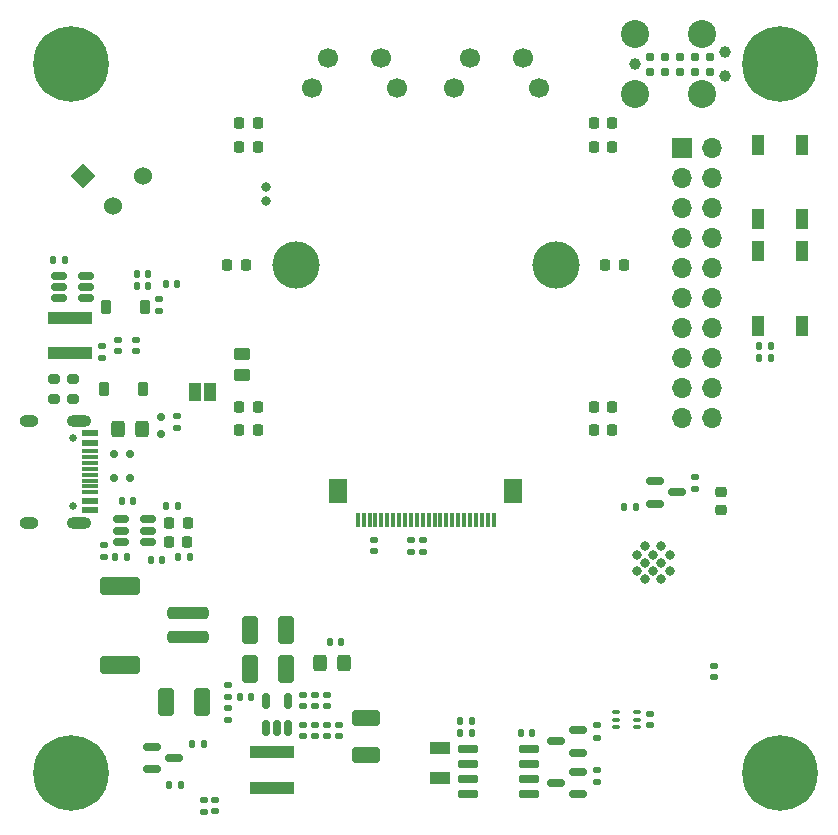
<source format=gts>
%TF.GenerationSoftware,KiCad,Pcbnew,7.0.9*%
%TF.CreationDate,2024-01-10T01:47:22-08:00*%
%TF.ProjectId,ai-camera-rev3.1,61692d63-616d-4657-9261-2d726576332e,rev3.1*%
%TF.SameCoordinates,PX5a995c0PY2aea540*%
%TF.FileFunction,Soldermask,Top*%
%TF.FilePolarity,Negative*%
%FSLAX46Y46*%
G04 Gerber Fmt 4.6, Leading zero omitted, Abs format (unit mm)*
G04 Created by KiCad (PCBNEW 7.0.9) date 2024-01-10 01:47:22*
%MOMM*%
%LPD*%
G01*
G04 APERTURE LIST*
G04 Aperture macros list*
%AMRoundRect*
0 Rectangle with rounded corners*
0 $1 Rounding radius*
0 $2 $3 $4 $5 $6 $7 $8 $9 X,Y pos of 4 corners*
0 Add a 4 corners polygon primitive as box body*
4,1,4,$2,$3,$4,$5,$6,$7,$8,$9,$2,$3,0*
0 Add four circle primitives for the rounded corners*
1,1,$1+$1,$2,$3*
1,1,$1+$1,$4,$5*
1,1,$1+$1,$6,$7*
1,1,$1+$1,$8,$9*
0 Add four rect primitives between the rounded corners*
20,1,$1+$1,$2,$3,$4,$5,0*
20,1,$1+$1,$4,$5,$6,$7,0*
20,1,$1+$1,$6,$7,$8,$9,0*
20,1,$1+$1,$8,$9,$2,$3,0*%
%AMRotRect*
0 Rectangle, with rotation*
0 The origin of the aperture is its center*
0 $1 length*
0 $2 width*
0 $3 Rotation angle, in degrees counterclockwise*
0 Add horizontal line*
21,1,$1,$2,0,0,$3*%
G04 Aperture macros list end*
%ADD10RoundRect,0.140000X-0.140000X-0.170000X0.140000X-0.170000X0.140000X0.170000X-0.140000X0.170000X0*%
%ADD11RoundRect,0.075000X0.250000X0.075000X-0.250000X0.075000X-0.250000X-0.075000X0.250000X-0.075000X0*%
%ADD12C,3.600000*%
%ADD13C,6.400000*%
%ADD14RoundRect,0.150000X-0.725000X-0.150000X0.725000X-0.150000X0.725000X0.150000X-0.725000X0.150000X0*%
%ADD15R,3.700000X1.100000*%
%ADD16RoundRect,0.140000X-0.170000X0.140000X-0.170000X-0.140000X0.170000X-0.140000X0.170000X0.140000X0*%
%ADD17RoundRect,0.200000X0.275000X-0.200000X0.275000X0.200000X-0.275000X0.200000X-0.275000X-0.200000X0*%
%ADD18C,4.000000*%
%ADD19RoundRect,0.135000X0.135000X0.185000X-0.135000X0.185000X-0.135000X-0.185000X0.135000X-0.185000X0*%
%ADD20RoundRect,0.150000X-0.150000X-0.200000X0.150000X-0.200000X0.150000X0.200000X-0.150000X0.200000X0*%
%ADD21R,1.000000X1.700000*%
%ADD22R,1.800000X1.000000*%
%ADD23RoundRect,0.250000X-0.325000X-0.450000X0.325000X-0.450000X0.325000X0.450000X-0.325000X0.450000X0*%
%ADD24RoundRect,0.218750X0.256250X-0.218750X0.256250X0.218750X-0.256250X0.218750X-0.256250X-0.218750X0*%
%ADD25RoundRect,0.135000X-0.135000X-0.185000X0.135000X-0.185000X0.135000X0.185000X-0.135000X0.185000X0*%
%ADD26RoundRect,0.218750X-0.218750X-0.256250X0.218750X-0.256250X0.218750X0.256250X-0.218750X0.256250X0*%
%ADD27RoundRect,0.250000X0.412500X0.925000X-0.412500X0.925000X-0.412500X-0.925000X0.412500X-0.925000X0*%
%ADD28RoundRect,0.140000X0.170000X-0.140000X0.170000X0.140000X-0.170000X0.140000X-0.170000X-0.140000X0*%
%ADD29RoundRect,0.135000X0.185000X-0.135000X0.185000X0.135000X-0.185000X0.135000X-0.185000X-0.135000X0*%
%ADD30C,1.700000*%
%ADD31RoundRect,0.135000X-0.185000X0.135000X-0.185000X-0.135000X0.185000X-0.135000X0.185000X0.135000X0*%
%ADD32RoundRect,0.250000X-1.500000X0.250000X-1.500000X-0.250000X1.500000X-0.250000X1.500000X0.250000X0*%
%ADD33RoundRect,0.250001X-1.449999X0.499999X-1.449999X-0.499999X1.449999X-0.499999X1.449999X0.499999X0*%
%ADD34RoundRect,0.250000X0.325000X0.450000X-0.325000X0.450000X-0.325000X-0.450000X0.325000X-0.450000X0*%
%ADD35R,1.000000X1.500000*%
%ADD36RoundRect,0.150000X0.512500X0.150000X-0.512500X0.150000X-0.512500X-0.150000X0.512500X-0.150000X0*%
%ADD37R,0.300000X1.300000*%
%ADD38R,1.600000X2.000000*%
%ADD39RoundRect,0.150000X0.587500X0.150000X-0.587500X0.150000X-0.587500X-0.150000X0.587500X-0.150000X0*%
%ADD40RoundRect,0.150000X-0.200000X0.150000X-0.200000X-0.150000X0.200000X-0.150000X0.200000X0.150000X0*%
%ADD41RoundRect,0.225000X0.225000X0.375000X-0.225000X0.375000X-0.225000X-0.375000X0.225000X-0.375000X0*%
%ADD42C,0.800000*%
%ADD43RotRect,1.524000X1.524000X45.000000*%
%ADD44C,1.524000*%
%ADD45RoundRect,0.150000X0.150000X-0.512500X0.150000X0.512500X-0.150000X0.512500X-0.150000X-0.512500X0*%
%ADD46R,1.700000X1.700000*%
%ADD47O,1.700000X1.700000*%
%ADD48RoundRect,0.225000X-0.225000X-0.375000X0.225000X-0.375000X0.225000X0.375000X-0.225000X0.375000X0*%
%ADD49RoundRect,0.140000X0.140000X0.170000X-0.140000X0.170000X-0.140000X-0.170000X0.140000X-0.170000X0*%
%ADD50RoundRect,0.150000X-0.587500X-0.150000X0.587500X-0.150000X0.587500X0.150000X-0.587500X0.150000X0*%
%ADD51C,0.650000*%
%ADD52R,1.450000X0.600000*%
%ADD53R,1.450000X0.300000*%
%ADD54O,2.100000X1.000000*%
%ADD55O,1.600000X1.000000*%
%ADD56RoundRect,0.250000X0.925000X-0.412500X0.925000X0.412500X-0.925000X0.412500X-0.925000X-0.412500X0*%
%ADD57RoundRect,0.250000X0.450000X-0.262500X0.450000X0.262500X-0.450000X0.262500X-0.450000X-0.262500X0*%
%ADD58C,2.374900*%
%ADD59C,0.990600*%
%ADD60C,0.787400*%
G04 APERTURE END LIST*
D10*
X11712000Y-47000000D03*
X12672000Y-47000000D03*
D11*
X52900000Y-61150000D03*
X52900000Y-60500000D03*
X52900000Y-59850000D03*
X51100000Y-59850000D03*
X51100000Y-60500000D03*
X51100000Y-61150000D03*
D12*
X5000000Y-65000000D03*
D13*
X5000000Y-65000000D03*
D14*
X38605000Y-62995000D03*
X38605000Y-64265000D03*
X38605000Y-65535000D03*
X38605000Y-66805000D03*
X43755000Y-66805000D03*
X43755000Y-65535000D03*
X43755000Y-64265000D03*
X43755000Y-62995000D03*
D12*
X5000000Y-5000000D03*
D13*
X5000000Y-5000000D03*
D15*
X22000000Y-63250000D03*
X22000000Y-66250000D03*
D16*
X25654000Y-58406000D03*
X25654000Y-59366000D03*
D17*
X5100000Y-33325000D03*
X5100000Y-31675000D03*
D18*
X24000000Y-22000000D03*
X46000000Y-22000000D03*
D10*
X43040000Y-61620000D03*
X44000000Y-61620000D03*
D19*
X14260000Y-66020000D03*
X13240000Y-66020000D03*
D17*
X3500000Y-33325000D03*
X3500000Y-31675000D03*
D19*
X16200000Y-62530000D03*
X15180000Y-62530000D03*
D20*
X10007500Y-37970000D03*
X8607500Y-37970000D03*
D21*
X66900000Y-20850000D03*
X66900000Y-27150000D03*
X63100000Y-20850000D03*
X63100000Y-27150000D03*
D22*
X36220000Y-65430000D03*
X36220000Y-62930000D03*
D23*
X8975000Y-35930000D03*
X11025000Y-35930000D03*
D16*
X12450000Y-24905000D03*
X12450000Y-25865000D03*
D24*
X60000000Y-42787500D03*
X60000000Y-41212500D03*
D25*
X63250000Y-28890000D03*
X64270000Y-28890000D03*
D26*
X13248987Y-45459099D03*
X14823987Y-45459099D03*
X19212500Y-36000000D03*
X20787500Y-36000000D03*
D25*
X14040000Y-46750000D03*
X15060000Y-46750000D03*
D27*
X16075000Y-59000000D03*
X13000000Y-59000000D03*
D25*
X37910000Y-61620000D03*
X38930000Y-61620000D03*
D28*
X34798000Y-46261000D03*
X34798000Y-45301000D03*
D29*
X49500000Y-62010000D03*
X49500000Y-60990000D03*
D30*
X44600000Y-7000000D03*
X37400000Y-7000000D03*
X43250000Y-4500000D03*
X38750000Y-4500000D03*
D27*
X23212500Y-56250000D03*
X20137500Y-56250000D03*
D15*
X4850000Y-29490000D03*
X4850000Y-26490000D03*
D26*
X19212500Y-12000000D03*
X20787500Y-12000000D03*
D10*
X26900000Y-53900000D03*
X27860000Y-53900000D03*
D31*
X13920000Y-34750000D03*
X13920000Y-35770000D03*
D32*
X14850000Y-51500000D03*
X14850000Y-53500000D03*
D33*
X9100000Y-49150000D03*
X9100000Y-55850000D03*
D34*
X28075000Y-55670000D03*
X26025000Y-55670000D03*
D26*
X49212500Y-34000000D03*
X50787500Y-34000000D03*
D10*
X19250000Y-58550000D03*
X20210000Y-58550000D03*
D35*
X16770000Y-32740000D03*
X15470000Y-32740000D03*
D26*
X19212500Y-34000000D03*
X20787500Y-34000000D03*
D31*
X18270000Y-57570000D03*
X18270000Y-58590000D03*
D16*
X8910000Y-28320000D03*
X8910000Y-29280000D03*
D26*
X13261486Y-43859099D03*
X14836486Y-43859099D03*
D31*
X18260000Y-59500000D03*
X18260000Y-60520000D03*
D16*
X17200000Y-67300000D03*
X17200000Y-68260000D03*
D36*
X6247500Y-24820000D03*
X6247500Y-23870000D03*
X6247500Y-22920000D03*
X3972500Y-22920000D03*
X3972500Y-23870000D03*
X3972500Y-24820000D03*
D37*
X40750000Y-43600000D03*
X40250000Y-43600000D03*
X39750000Y-43600000D03*
X39250000Y-43600000D03*
X38750000Y-43600000D03*
X38250000Y-43600000D03*
X37750000Y-43600000D03*
X37250000Y-43600000D03*
X36750000Y-43600000D03*
X36250000Y-43600000D03*
X35750000Y-43600000D03*
X35250000Y-43600000D03*
X34750000Y-43600000D03*
X34250000Y-43600000D03*
X33750000Y-43600000D03*
X33250000Y-43600000D03*
X32750000Y-43600000D03*
X32250000Y-43600000D03*
X31750000Y-43600000D03*
X31250000Y-43600000D03*
X30750000Y-43600000D03*
X30250000Y-43600000D03*
X29750000Y-43600000D03*
X29250000Y-43600000D03*
D38*
X42400000Y-41120000D03*
X27600000Y-41120000D03*
D26*
X49212500Y-10000000D03*
X50787500Y-10000000D03*
D39*
X47927500Y-63290000D03*
X47927500Y-61390000D03*
X46052500Y-62340000D03*
D29*
X16200000Y-68310000D03*
X16200000Y-67290000D03*
D40*
X12630000Y-36270000D03*
X12630000Y-34870000D03*
D26*
X19212500Y-10000000D03*
X20787500Y-10000000D03*
D30*
X32600000Y-7000000D03*
X25400000Y-7000000D03*
X31250000Y-4500000D03*
X26750000Y-4500000D03*
D21*
X66900000Y-11850000D03*
X66900000Y-18150000D03*
X63100000Y-11850000D03*
X63100000Y-18150000D03*
D41*
X11220000Y-25600000D03*
X7920000Y-25600000D03*
D10*
X10520000Y-23750000D03*
X11480000Y-23750000D03*
D42*
X21500000Y-16625000D03*
X21500000Y-15375000D03*
D25*
X3480000Y-21620000D03*
X4500000Y-21620000D03*
D26*
X49212500Y-12000000D03*
X50787500Y-12000000D03*
D29*
X49500000Y-65760000D03*
X49500000Y-64740000D03*
D28*
X59410000Y-56880000D03*
X59410000Y-55920000D03*
D16*
X27686000Y-60946000D03*
X27686000Y-61906000D03*
D43*
X5960000Y-14500000D03*
D44*
X8500000Y-17040000D03*
X11040000Y-14500000D03*
D16*
X25654000Y-60946000D03*
X25654000Y-61906000D03*
D20*
X10007500Y-40030000D03*
X8607500Y-40030000D03*
D45*
X21462500Y-61200000D03*
X22412500Y-61200000D03*
X23362500Y-61200000D03*
X23362500Y-58925000D03*
X21462500Y-58925000D03*
D16*
X24638000Y-60946000D03*
X24638000Y-61906000D03*
D29*
X7725000Y-46710000D03*
X7725000Y-45690000D03*
D16*
X26670000Y-60946000D03*
X26670000Y-61906000D03*
D26*
X49212500Y-36000000D03*
X50787500Y-36000000D03*
D12*
X65000000Y-5000000D03*
D13*
X65000000Y-5000000D03*
D28*
X26670000Y-59366000D03*
X26670000Y-58406000D03*
D25*
X37920000Y-60590000D03*
X38940000Y-60590000D03*
D46*
X56725000Y-12075000D03*
D47*
X59265000Y-12075000D03*
X56725000Y-14615000D03*
X59265000Y-14615000D03*
X56725000Y-17155000D03*
X59265000Y-17155000D03*
X56725000Y-19695000D03*
X59265000Y-19695000D03*
X56725000Y-22235000D03*
X59265000Y-22235000D03*
X56725000Y-24775000D03*
X59265000Y-24775000D03*
X56725000Y-27315000D03*
X59265000Y-27315000D03*
X56725000Y-29855000D03*
X59265000Y-29855000D03*
X56725000Y-32395000D03*
X59265000Y-32395000D03*
X56725000Y-34935000D03*
X59265000Y-34935000D03*
D10*
X10520000Y-22750000D03*
X11480000Y-22750000D03*
D28*
X33782000Y-46261000D03*
X33782000Y-45301000D03*
D31*
X57830000Y-39940000D03*
X57830000Y-40960000D03*
D28*
X54000000Y-60980000D03*
X54000000Y-60020000D03*
D26*
X50212500Y-22000000D03*
X51787500Y-22000000D03*
D48*
X7790000Y-32530000D03*
X11090000Y-32530000D03*
D25*
X13013986Y-42409099D03*
X14033986Y-42409099D03*
D49*
X10255000Y-41975000D03*
X9295000Y-41975000D03*
D25*
X8715000Y-46750000D03*
X9735000Y-46750000D03*
D26*
X18212500Y-22000000D03*
X19787500Y-22000000D03*
D50*
X54380000Y-40300000D03*
X54380000Y-42200000D03*
X56255000Y-41250000D03*
D51*
X5100000Y-36610000D03*
X5100000Y-42390000D03*
D52*
X6545000Y-36250000D03*
X6545000Y-37050000D03*
D53*
X6545000Y-38250000D03*
X6545000Y-39250000D03*
X6545000Y-39750000D03*
X6545000Y-40750000D03*
D52*
X6545000Y-41950000D03*
X6545000Y-42750000D03*
X6545000Y-42750000D03*
X6545000Y-41950000D03*
D53*
X6545000Y-41250000D03*
X6545000Y-40250000D03*
X6545000Y-38750000D03*
X6545000Y-37750000D03*
D52*
X6545000Y-37050000D03*
X6545000Y-36250000D03*
D54*
X5630000Y-35180000D03*
D55*
X1450000Y-35180000D03*
D54*
X5630000Y-43820000D03*
D55*
X1450000Y-43820000D03*
D12*
X65000000Y-65000000D03*
D13*
X65000000Y-65000000D03*
D28*
X10490000Y-29285000D03*
X10490000Y-28325000D03*
D19*
X52830000Y-42470000D03*
X51810000Y-42470000D03*
D28*
X24638000Y-59366000D03*
X24638000Y-58406000D03*
D50*
X11832500Y-62790000D03*
X11832500Y-64690000D03*
X13707500Y-63740000D03*
D25*
X63250000Y-29900000D03*
X64270000Y-29900000D03*
D28*
X30607000Y-46221000D03*
X30607000Y-45261000D03*
D39*
X47917500Y-66800000D03*
X47917500Y-64900000D03*
X46042500Y-65850000D03*
D56*
X29972000Y-63471500D03*
X29972000Y-60396500D03*
D36*
X11475000Y-45449999D03*
X11475000Y-44499999D03*
X11475000Y-43549999D03*
X9200000Y-43549999D03*
X9200000Y-44499999D03*
X9200000Y-45449999D03*
D57*
X19440000Y-31332500D03*
X19440000Y-29507500D03*
D27*
X23212500Y-52875001D03*
X20137500Y-52875001D03*
D58*
X52690000Y-2460000D03*
D59*
X52690000Y-5000000D03*
D58*
X52690000Y-7540000D03*
X58405000Y-2460000D03*
X58405000Y-7540000D03*
D59*
X60310000Y-3984000D03*
X60310000Y-6016000D03*
D60*
X53960000Y-5635000D03*
X55230000Y-5635000D03*
X56500000Y-5635000D03*
X57770000Y-5635000D03*
X59040000Y-5635000D03*
X59040000Y-4365000D03*
X57770000Y-4365000D03*
X56500000Y-4365000D03*
X55230000Y-4365000D03*
X53960000Y-4365000D03*
D16*
X7630000Y-28890000D03*
X7630000Y-29850000D03*
D49*
X13950000Y-23630000D03*
X12990000Y-23630000D03*
D42*
X53560000Y-48630000D03*
X54960000Y-48630000D03*
X52860000Y-47930000D03*
X54260000Y-47930000D03*
X55660000Y-47930000D03*
X53560000Y-47230000D03*
X54960000Y-47230000D03*
X52860000Y-46530000D03*
X54260000Y-46530000D03*
X55660000Y-46530000D03*
X53560000Y-45830000D03*
X54960000Y-45830000D03*
M02*

</source>
